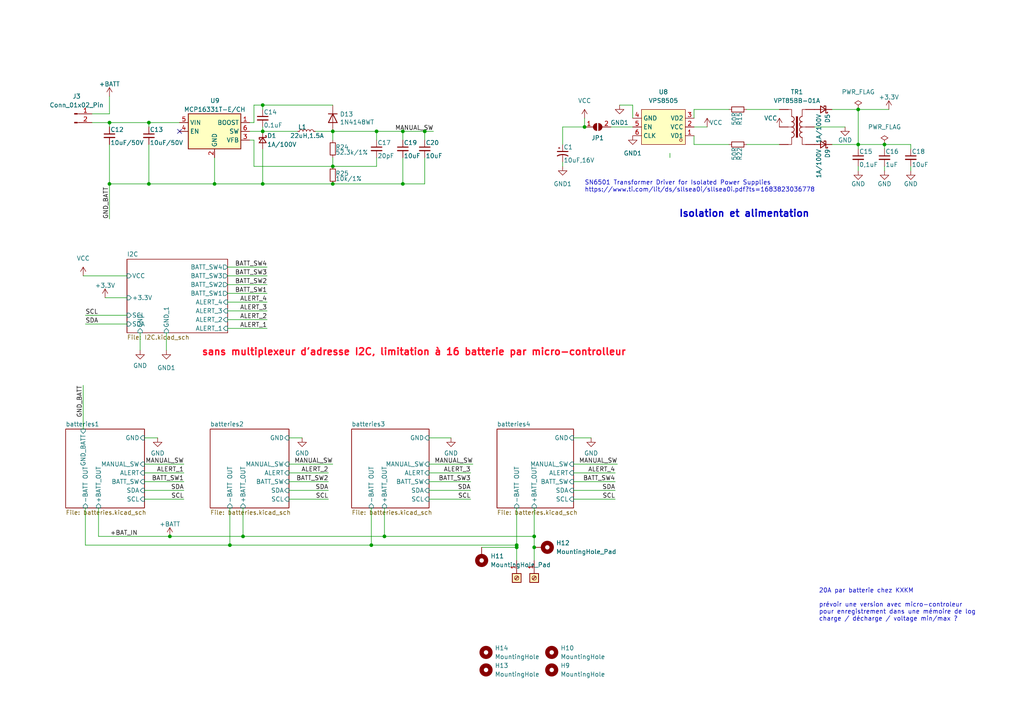
<source format=kicad_sch>
(kicad_sch (version 20231120) (generator "eeschema") (generator_version "8.0")
  (paper "A4")
  (lib_symbols
    (symbol "Connector:Conn_01x02_Pin" (pin_names (offset 1.016) hide)
      (property "Reference" "J" (at 0 2.54 0))
      (property "Value" "Conn_01x02_Pin" (at 0 -5.08 0))
      (symbol "Conn_01x02_Pin_1_1"
        (polyline (pts (xy 1.27 -2.54) (xy 0.8636 -2.54)) (stroke (width 0.1524)))
        (polyline (pts (xy 1.27 0) (xy 0.8636 0)) (stroke (width 0.1524)))
        (rectangle (start 0.8636 -2.413) (end 0 -2.667) (stroke (width 0.1524)) (fill (type outline)))
        (rectangle (start 0.8636 0.127) (end 0 -0.127) (stroke (width 0.1524)) (fill (type outline)))
        (pin passive line (at 5.08 0 180) (length 3.81) (name "Pin_1") (number "1"))
        (pin passive line (at 5.08 -2.54 180) (length 3.81) (name "Pin_2") (number "2"))
      )
    )
    (symbol "Connector:Screw_Terminal_01x01" (pin_names (offset 1.016) hide)
      (property "Reference" "J" (at 0 2.54 0))
      (property "Value" "Screw_Terminal_01x01" (at 0 -2.54 0))
      (symbol "Screw_Terminal_01x01_1_1"
        (rectangle (start -1.27 1.27) (end 1.27 -1.27) (stroke (width 0.254)) (fill (type background)))
        (polyline (pts (xy -0.5334 0.3302) (xy 0.3302 -0.508)) (stroke (width 0.1524)))
        (polyline (pts (xy -0.3556 0.508) (xy 0.508 -0.3302)) (stroke (width 0.1524)))
        (circle (center 0 0) (radius 0.635) (stroke (width 0.1524)))
        (pin passive line (at -5.08 0 0) (length 3.81) (name "Pin_1") (number "1"))
      )
    )
    (symbol "Device:C_Small" (pin_numbers hide) (pin_names (offset 0.254) hide)
      (property "Reference" "C" (at 0.254 1.778 0))
      (property "Value" "C_Small" (at 0.254 -2.032 0))
      (symbol "C_Small_0_1"
        (polyline (pts (xy -1.524 -0.508) (xy 1.524 -0.508)) (stroke (width 0.3302)))
        (polyline (pts (xy -1.524 0.508) (xy 1.524 0.508)) (stroke (width 0.3048)))
      )
      (symbol "C_Small_1_1"
        (pin passive line (at 0 2.54 270) (length 2.032) (name "~") (number "1"))
        (pin passive line (at 0 -2.54 90) (length 2.032) (name "~") (number "2"))
      )
    )
    (symbol "Device:D_Schottky_Small" (pin_numbers hide) (pin_names (offset 0.254) hide)
      (property "Reference" "D" (at -1.27 2.032 0))
      (property "Value" "Device_D_Schottky_Small" (at -7.112 -2.032 0))
      (symbol "D_Schottky_Small_0_1"
        (polyline (pts (xy -0.762 0) (xy 0.762 0)))
        (polyline (pts (xy 0.762 -1.016) (xy -0.762 0) (xy 0.762 1.016) (xy 0.762 -1.016)) (stroke (width 0.254)))
        (polyline (pts (xy -1.27 0.762) (xy -1.27 1.016) (xy -0.762 1.016) (xy -0.762 -1.016) (xy -0.254 -1.016) (xy -0.254 -0.762)) (stroke (width 0.254)))
      )
      (symbol "D_Schottky_Small_1_1"
        (pin passive line (at -2.54 0 0) (length 1.778) (name "K") (number "1"))
        (pin passive line (at 2.54 0 180) (length 1.778) (name "A") (number "2"))
      )
    )
    (symbol "Device:L_Small" (pin_numbers hide) (pin_names (offset 0.254) hide)
      (property "Reference" "L" (at 0.762 1.016 0))
      (property "Value" "Device_L_Small" (at 0.762 -1.016 0))
      (symbol "L_Small_0_1"
        (arc (start 0 -2.032) (mid 0.5058 -1.524) (end 0 -1.016))
        (arc (start 0 -1.016) (mid 0.5058 -0.508) (end 0 0))
        (arc (start 0 0) (mid 0.5058 0.508) (end 0 1.016))
        (arc (start 0 1.016) (mid 0.5058 1.524) (end 0 2.032))
      )
      (symbol "L_Small_1_1"
        (pin passive line (at 0 2.54 270) (length 0.508) (name "~") (number "1"))
        (pin passive line (at 0 -2.54 90) (length 0.508) (name "~") (number "2"))
      )
    )
    (symbol "Device:R_Small" (pin_numbers hide) (pin_names (offset 0.254) hide)
      (property "Reference" "R" (at 0.762 0.508 0))
      (property "Value" "R_Small" (at 0.762 -1.016 0))
      (symbol "R_Small_0_1"
        (rectangle (start -0.762 1.778) (end 0.762 -1.778) (stroke (width 0.2032)))
      )
      (symbol "R_Small_1_1"
        (pin passive line (at 0 2.54 270) (length 0.762) (name "~") (number "1"))
        (pin passive line (at 0 -2.54 90) (length 0.762) (name "~") (number "2"))
      )
    )
    (symbol "Diode:1N4148WT" (pin_numbers hide) (pin_names (offset 1.016) hide)
      (property "Reference" "D" (at 0 2.54 0))
      (property "Value" "Diode_1N4148WT" (at 0 -2.54 0))
      (symbol "1N4148WT_0_1"
        (polyline (pts (xy -1.27 1.27) (xy -1.27 -1.27)) (stroke (width 0.254)))
        (polyline (pts (xy 1.27 0) (xy -1.27 0)))
        (polyline (pts (xy 1.27 1.27) (xy 1.27 -1.27) (xy -1.27 0) (xy 1.27 1.27)) (stroke (width 0.254)))
      )
      (symbol "1N4148WT_1_1"
        (pin passive line (at -3.81 0 0) (length 2.54) (name "K") (number "1"))
        (pin passive line (at 3.81 0 180) (length 2.54) (name "A") (number "2"))
      )
    )
    (symbol "Jumper:SolderJumper_2_Open" (pin_names (offset 0) hide)
      (property "Reference" "JP" (at 0 2.032 0))
      (property "Value" "SolderJumper_2_Open" (at 0 -2.54 0))
      (symbol "SolderJumper_2_Open_0_1"
        (arc (start -0.254 1.016) (mid -1.2656 0) (end -0.254 -1.016))
        (arc (start -0.254 1.016) (mid -1.2656 0) (end -0.254 -1.016) (fill (type outline)))
        (polyline (pts (xy -0.254 1.016) (xy -0.254 -1.016)))
        (polyline (pts (xy 0.254 1.016) (xy 0.254 -1.016)))
        (arc (start 0.254 -1.016) (mid 1.2656 0) (end 0.254 1.016))
        (arc (start 0.254 -1.016) (mid 1.2656 0) (end 0.254 1.016) (fill (type outline)))
      )
      (symbol "SolderJumper_2_Open_1_1"
        (pin passive line (at -3.81 0 0) (length 2.54) (name "A") (number "1"))
        (pin passive line (at 3.81 0 180) (length 2.54) (name "B") (number "2"))
      )
    )
    (symbol "KXKM_ESP32_battery_management_board-rescue:CP1_Small-Device" (pin_numbers hide) (pin_names (offset 0.254) hide)
      (property "Reference" "C" (at 0.254 1.778 0))
      (property "Value" "CP1_Small-Device" (at 0.254 -2.032 0))
      (symbol "CP1_Small-Device_0_1"
        (polyline (pts (xy -1.524 0.508) (xy 1.524 0.508)) (stroke (width 0.3048)))
        (polyline (pts (xy -1.27 1.524) (xy -0.762 1.524)))
        (polyline (pts (xy -1.016 1.27) (xy -1.016 1.778)))
        (arc (start 1.524 -0.762) (mid 0 -0.3734) (end -1.524 -0.762) (stroke (width 0.3048)))
      )
      (symbol "CP1_Small-Device_1_1"
        (pin passive line (at 0 2.54 270) (length 2.032) (name "~") (number "1"))
        (pin passive line (at 0 -2.54 90) (length 2.032) (name "~") (number "2"))
      )
    )
    (symbol "Mechanical:MountingHole" (pin_names (offset 1.016)) (exclude_from_sim yes) (in_bom no)
      (property "Reference" "H" (at 0 5.08 0))
      (property "Value" "MountingHole" (at 0 3.175 0))
      (symbol "MountingHole_0_1"
        (circle (center 0 0) (radius 1.27) (stroke (width 1.27)))
      )
    )
    (symbol "Mechanical:MountingHole_Pad" (pin_numbers hide) (pin_names (offset 1.016) hide) (exclude_from_sim yes) (in_bom no)
      (property "Reference" "H" (at 0 6.35 0))
      (property "Value" "MountingHole_Pad" (at 0 4.445 0))
      (symbol "MountingHole_Pad_0_1"
        (circle (center 0 1.27) (radius 1.27) (stroke (width 1.27)))
      )
      (symbol "MountingHole_Pad_1_1"
        (pin input line (at 0 -2.54 90) (length 2.54) (name "1") (number "1"))
      )
    )
    (symbol "Regulator_Switching:MCP16331CH"
      (property "Reference" "U" (at -7.874 6.35 0))
      (property "Value" "Regulator_Switching_MCP16331CH" (at -2.54 6.35 0))
      (symbol "MCP16331CH_0_1"
        (rectangle (start -7.62 5.08) (end 7.62 -5.08) (stroke (width 0.254)) (fill (type background)))
      )
      (symbol "MCP16331CH_1_1"
        (pin input line (at 10.16 2.54 180) (length 2.54) (name "BOOST") (number "1"))
        (pin power_in line (at 0 -7.62 90) (length 2.54) (name "GND") (number "2"))
        (pin input line (at 10.16 -2.54 180) (length 2.54) (name "VFB") (number "3"))
        (pin input line (at -10.16 0 0) (length 2.54) (name "EN") (number "4"))
        (pin power_in line (at -10.16 2.54 0) (length 2.54) (name "VIN") (number "5"))
        (pin output line (at 10.16 0 180) (length 2.54) (name "SW") (number "6"))
      )
    )
    (symbol "Transformer:TRANSF5" (pin_numbers hide) (pin_names (offset 0))
      (property "Reference" "TR" (at 0 6.35 0))
      (property "Value" "TRANSF5" (at 0 -6.35 0))
      (symbol "TRANSF5_0_1"
        (arc (start -1.524 -3.048) (mid -0.7653 -2.286) (end -1.524 -1.524) (stroke (width 0.2032)))
        (arc (start -1.524 -1.524) (mid -0.7653 -0.762) (end -1.524 0) (stroke (width 0.2032)))
        (arc (start -1.524 0) (mid -0.7653 0.762) (end -1.524 1.524) (stroke (width 0.2032)))
        (arc (start -1.524 1.524) (mid -0.7653 2.286) (end -1.524 3.048) (stroke (width 0.2032)))
        (rectangle (start -0.254 3.048) (end 0.254 -3.048) (stroke (width 0.0254)) (fill (type outline)))
        (polyline (pts (xy -1.524 0) (xy -2.54 0) (xy -2.54 0)) (fill (type outline)))
        (polyline (pts (xy 1.524 0) (xy 2.54 0) (xy 2.54 0)) (fill (type outline)))
        (polyline (pts (xy -2.54 5.08) (xy -1.524 5.08) (xy -1.524 3.048) (xy -1.524 3.048)) (stroke (width 0.1524)))
        (polyline (pts (xy -1.524 -3.048) (xy -1.524 -5.08) (xy -2.54 -5.08) (xy -2.54 -5.08)) (stroke (width 0.1524)))
        (polyline (pts (xy 1.524 3.048) (xy 1.524 5.08) (xy 2.54 5.08) (xy 2.54 5.08)) (stroke (width 0.1524)))
        (polyline (pts (xy 2.54 -5.08) (xy 1.524 -5.08) (xy 1.524 -3.048) (xy 1.524 -3.048)) (stroke (width 0.1524)))
        (arc (start 1.524 -1.524) (mid 0.7653 -2.286) (end 1.524 -3.048) (stroke (width 0.2032)))
        (arc (start 1.524 0) (mid 0.7653 -0.762) (end 1.524 -1.524) (stroke (width 0.2032)))
        (arc (start 1.524 1.524) (mid 0.7653 0.762) (end 1.524 0) (stroke (width 0.2032)))
        (arc (start 1.524 3.048) (mid 0.7653 2.286) (end 1.524 1.524) (stroke (width 0.2032)))
      )
      (symbol "TRANSF5_1_1"
        (pin passive line (at -5.08 5.08 0) (length 2.54) (name "~") (number "1"))
        (pin passive line (at -5.08 0 0) (length 2.54) (name "~") (number "2"))
        (pin passive line (at -5.08 -5.08 0) (length 2.54) (name "~") (number "3"))
        (pin passive line (at 5.08 -5.08 180) (length 2.54) (name "~") (number "4"))
        (pin passive line (at 5.08 0 180) (length 2.54) (name "~") (number "5"))
        (pin passive line (at 5.08 5.08 180) (length 2.54) (name "~") (number "6"))
      )
    )
    (symbol "easyeda2kicad:VPS8505"
      (property "Reference" "U" (at 0 7.62 0))
      (property "Value" "VPS8505" (at 0 -7.62 0))
      (symbol "VPS8505_0_1"
        (rectangle (start -6.35 5.08) (end 6.35 -5.08) (fill (type background)))
        (circle (center -5.08 3.81) (radius 0.38))
        (pin unspecified line (at -8.89 2.54 0) (length 2.54) (name "VD1") (number "1"))
        (pin unspecified line (at -8.89 0 0) (length 2.54) (name "VCC") (number "2"))
        (pin unspecified line (at -8.89 -2.54 0) (length 2.54) (name "VD2") (number "3"))
        (pin unspecified line (at 8.89 -2.54 180) (length 2.54) (name "GND") (number "4"))
        (pin unspecified line (at 8.89 0 180) (length 2.54) (name "EN") (number "5"))
        (pin unspecified line (at 8.89 2.54 180) (length 2.54) (name "CLK") (number "6"))
      )
    )
    (symbol "power:+3.3V" (power) (pin_names (offset 0))
      (property "Value" "+3.3V" (at 0 3.556 0))
      (symbol "+3.3V_0_1"
        (polyline (pts (xy -0.762 1.27) (xy 0 2.54)))
        (polyline (pts (xy 0 0) (xy 0 2.54)))
        (polyline (pts (xy 0 2.54) (xy 0.762 1.27)))
      )
      (symbol "+3.3V_1_1"
        (pin power_in line (at 0 0 90) (length 0) hide (name "+3.3V") (number "1"))
      )
    )
    (symbol "power:+BATT" (power) (pin_names (offset 0))
      (property "Value" "power_+BATT" (at 0 3.556 0))
      (symbol "+BATT_0_1"
        (polyline (pts (xy -0.762 1.27) (xy 0 2.54)))
        (polyline (pts (xy 0 0) (xy 0 2.54)))
        (polyline (pts (xy 0 2.54) (xy 0.762 1.27)))
      )
      (symbol "+BATT_1_1"
        (pin power_in line (at 0 0 90) (length 0) hide (name "+BATT") (number "1"))
      )
    )
    (symbol "power:GND" (power) (pin_names (offset 0))
      (property "Value" "GND" (at 0 -3.81 0))
      (symbol "GND_0_1"
        (polyline (pts (xy 0 0) (xy 0 -1.27) (xy 1.27 -1.27) (xy 0 -2.54) (xy -1.27 -1.27) (xy 0 -1.27)))
      )
      (symbol "GND_1_1"
        (pin power_in line (at 0 0 270) (length 0) hide (name "GND") (number "1"))
      )
    )
    (symbol "power:GND1" (power) (pin_names (offset 0))
      (property "Value" "GND1" (at 0 -3.81 0))
      (symbol "GND1_0_1"
        (polyline (pts (xy 0 0) (xy 0 -1.27) (xy 1.27 -1.27) (xy 0 -2.54) (xy -1.27 -1.27) (xy 0 -1.27)))
      )
      (symbol "GND1_1_1"
        (pin power_in line (at 0 0 270) (length 0) hide (name "GND1") (number "1"))
      )
    )
    (symbol "power:PWR_FLAG" (power) (pin_numbers hide) (pin_names (offset 0) hide)
      (property "Value" "PWR_FLAG" (at 0 3.81 0))
      (symbol "PWR_FLAG_0_0"
        (pin power_out line (at 0 0 90) (length 0) (name "~") (number "1"))
      )
      (symbol "PWR_FLAG_0_1"
        (polyline (pts (xy 0 0) (xy 0 1.27) (xy -1.016 1.905) (xy 0 2.54) (xy 1.016 1.905) (xy 0 1.27)))
      )
    )
    (symbol "power:VCC" (power) (pin_names (offset 0))
      (property "Value" "VCC" (at 0 3.81 0))
      (symbol "VCC_0_1"
        (polyline (pts (xy -0.762 1.27) (xy 0 2.54)))
        (polyline (pts (xy 0 0) (xy 0 2.54)))
        (polyline (pts (xy 0 2.54) (xy 0.762 1.27)))
      )
      (symbol "VCC_1_1"
        (pin power_in line (at 0 0 90) (length 0) hide (name "VCC") (number "1"))
      )
    )
  )
  (junction (at 107.696 158.115))
  (junction (at 62.23 53.34))
  (junction (at 66.675 158.115))
  (junction (at 111.506 155.575))
  (junction (at 96.52 38.1))
  (junction (at 31.75 35.56))
  (junction (at 149.86 158.115))
  (junction (at 116.84 53.34))
  (junction (at 116.84 38.1))
  (junction (at 256.54 41.91))
  (junction (at 96.52 53.34))
  (junction (at 43.18 53.34))
  (junction (at 76.2 53.34))
  (junction (at 76.2 38.1))
  (junction (at 49.2676 155.575))
  (junction (at 70.485 155.575))
  (junction (at 248.92 31.75))
  (junction (at 248.92 41.91))
  (junction (at 109.22 38.1))
  (junction (at 169.545 36.83))
  (junction (at 154.94 155.575))
  (junction (at 123.19 38.1))
  (junction (at 76.2 30.48))
  (junction (at 149.86 158.75))
  (junction (at 31.75 53.34))
  (junction (at 154.94 158.75))
  (junction (at 96.52 48.26))
  (junction (at 43.18 35.56))
  (no_connect (at 52.07 38.1))
  (wire (pts (xy 24.765 158.115) (xy 66.675 158.115)))
  (wire (pts (xy 111.506 155.575) (xy 154.94 155.575)))
  (wire (pts (xy 77.47 90.17) (xy 66.04 90.17)))
  (wire (pts (xy 83.82 139.7) (xy 95.25 139.7)))
  (wire (pts (xy 24.765 147.32) (xy 24.765 158.115)))
  (wire (pts (xy 166.37 127) (xy 171.45 127)))
  (wire (pts (xy 96.52 48.26) (xy 109.22 48.26)))
  (wire (pts (xy 73.66 30.48) (xy 76.2 30.48)))
  (wire (pts (xy 41.91 144.78) (xy 53.34 144.78)))
  (wire (pts (xy 124.46 127) (xy 130.81 127)))
  (wire (pts (xy 116.84 38.1) (xy 116.84 40.64)))
  (wire (pts (xy 83.82 127) (xy 87.63 127)))
  (wire (pts (xy 48.26 101.6) (xy 48.26 96.52)))
  (wire (pts (xy 26.67 33.02) (xy 31.75 33.02)))
  (wire (pts (xy 124.46 139.7) (xy 136.525 139.7)))
  (wire (pts (xy 62.23 45.72) (xy 62.23 53.34)))
  (wire (pts (xy 245.11 36.83) (xy 236.22 36.83)))
  (wire (pts (xy 123.19 38.1) (xy 125.73 38.1)))
  (wire (pts (xy 124.46 137.16) (xy 136.525 137.16)))
  (wire (pts (xy 166.37 144.78) (xy 178.435 144.78)))
  (wire (pts (xy 211.455 31.75) (xy 201.295 31.75)))
  (wire (pts (xy 28.575 155.575) (xy 49.2676 155.575)))
  (wire (pts (xy 83.82 144.78) (xy 95.25 144.78)))
  (wire (pts (xy 30.48 86.36) (xy 36.83 86.36)))
  (wire (pts (xy 91.44 38.1) (xy 96.52 38.1)))
  (wire (pts (xy 72.39 35.56) (xy 73.66 35.56)))
  (wire (pts (xy 76.2 38.1) (xy 86.36 38.1)))
  (wire (pts (xy 31.75 35.56) (xy 31.75 36.83)))
  (wire (pts (xy 137.16 134.62) (xy 124.46 134.62)))
  (wire (pts (xy 139.7 158.75) (xy 149.86 158.75)))
  (wire (pts (xy 41.91 137.16) (xy 53.34 137.16)))
  (wire (pts (xy 248.92 48.26) (xy 248.92 49.53)))
  (wire (pts (xy 43.18 35.56) (xy 52.07 35.56)))
  (wire (pts (xy 73.66 35.56) (xy 73.66 30.48)))
  (wire (pts (xy 154.94 155.575) (xy 154.94 158.75)))
  (wire (pts (xy 83.82 137.16) (xy 95.25 137.16)))
  (wire (pts (xy 123.19 38.1) (xy 123.19 40.64)))
  (wire (pts (xy 264.16 41.91) (xy 256.54 41.91)))
  (wire (pts (xy 70.485 147.32) (xy 70.485 155.575)))
  (wire (pts (xy 77.47 87.63) (xy 66.04 87.63)))
  (wire (pts (xy 77.47 77.47) (xy 66.04 77.47)))
  (wire (pts (xy 43.18 41.91) (xy 43.18 53.34)))
  (wire (pts (xy 26.67 35.56) (xy 31.75 35.56)))
  (wire (pts (xy 77.47 92.71) (xy 66.04 92.71)))
  (wire (pts (xy 36.83 91.44) (xy 24.765 91.44)))
  (wire (pts (xy 149.86 158.75) (xy 149.86 162.56)))
  (wire (pts (xy 116.84 45.72) (xy 116.84 53.34)))
  (wire (pts (xy 73.66 40.64) (xy 73.66 48.26)))
  (wire (pts (xy 24.13 111.76) (xy 24.13 124.46)))
  (wire (pts (xy 264.16 48.26) (xy 264.16 49.53)))
  (wire (pts (xy 124.46 142.24) (xy 136.525 142.24)))
  (wire (pts (xy 107.696 147.32) (xy 107.696 158.115)))
  (wire (pts (xy 179.07 134.62) (xy 166.37 134.62)))
  (wire (pts (xy 109.22 38.1) (xy 116.84 38.1)))
  (wire (pts (xy 123.19 45.72) (xy 123.19 53.34)))
  (wire (pts (xy 83.82 142.24) (xy 95.25 142.24)))
  (wire (pts (xy 109.22 38.1) (xy 109.22 40.64)))
  (wire (pts (xy 76.2 43.18) (xy 76.2 53.34)))
  (wire (pts (xy 72.39 38.1) (xy 76.2 38.1)))
  (wire (pts (xy 183.515 30.48) (xy 183.515 34.29)))
  (wire (pts (xy 43.18 53.34) (xy 31.75 53.34)))
  (wire (pts (xy 166.37 137.16) (xy 178.435 137.16)))
  (wire (pts (xy 31.75 41.91) (xy 31.75 53.34)))
  (wire (pts (xy 72.39 40.64) (xy 73.66 40.64)))
  (wire (pts (xy 76.2 30.48) (xy 96.52 30.48)))
  (wire (pts (xy 41.91 142.24) (xy 53.34 142.24)))
  (wire (pts (xy 76.2 53.34) (xy 62.23 53.34)))
  (wire (pts (xy 256.54 48.26) (xy 256.54 49.53)))
  (wire (pts (xy 66.675 147.32) (xy 66.675 158.115)))
  (wire (pts (xy 256.54 41.91) (xy 248.92 41.91)))
  (wire (pts (xy 41.91 139.7) (xy 53.34 139.7)))
  (wire (pts (xy 201.295 31.75) (xy 201.295 34.29)))
  (wire (pts (xy 77.47 82.55) (xy 66.04 82.55)))
  (wire (pts (xy 111.506 147.32) (xy 111.506 155.575)))
  (wire (pts (xy 73.66 48.26) (xy 96.52 48.26)))
  (wire (pts (xy 149.86 147.32) (xy 149.86 158.115)))
  (wire (pts (xy 36.83 93.98) (xy 24.765 93.98)))
  (wire (pts (xy 166.37 139.7) (xy 178.435 139.7)))
  (wire (pts (xy 248.92 43.18) (xy 248.92 41.91)))
  (wire (pts (xy 28.575 147.32) (xy 28.575 155.575)))
  (wire (pts (xy 201.295 39.37) (xy 201.295 41.91)))
  (wire (pts (xy 248.92 41.91) (xy 241.3 41.91)))
  (wire (pts (xy 66.675 158.115) (xy 107.696 158.115)))
  (wire (pts (xy 149.86 158.115) (xy 149.86 158.75)))
  (wire (pts (xy 41.91 127) (xy 45.72 127)))
  (wire (pts (xy 96.52 45.72) (xy 96.52 48.26)))
  (wire (pts (xy 111.506 155.575) (xy 70.485 155.575)))
  (wire (pts (xy 77.47 80.01) (xy 66.04 80.01)))
  (wire (pts (xy 31.75 63.5) (xy 31.75 53.34)))
  (wire (pts (xy 177.165 36.83) (xy 183.515 36.83)))
  (wire (pts (xy 124.46 144.78) (xy 136.525 144.78)))
  (wire (pts (xy 201.295 41.91) (xy 211.455 41.91)))
  (wire (pts (xy 194.31 45.72) (xy 194.31 44.45)))
  (wire (pts (xy 116.84 38.1) (xy 123.19 38.1)))
  (wire (pts (xy 248.92 31.75) (xy 241.3 31.75)))
  (wire (pts (xy 77.47 85.09) (xy 66.04 85.09)))
  (wire (pts (xy 179.705 30.48) (xy 183.515 30.48)))
  (wire (pts (xy 31.75 33.02) (xy 31.75 27.94)))
  (wire (pts (xy 107.696 158.115) (xy 149.86 158.115)))
  (wire (pts (xy 226.06 31.75) (xy 216.535 31.75)))
  (wire (pts (xy 43.18 35.56) (xy 43.18 36.83)))
  (wire (pts (xy 96.52 38.1) (xy 96.52 40.64)))
  (wire (pts (xy 31.75 35.56) (xy 43.18 35.56)))
  (wire (pts (xy 40.64 101.6) (xy 40.64 96.52)))
  (wire (pts (xy 96.52 53.34) (xy 116.84 53.34)))
  (wire (pts (xy 96.52 38.1) (xy 109.22 38.1)))
  (wire (pts (xy 154.94 147.32) (xy 154.94 155.575)))
  (wire (pts (xy 96.52 53.34) (xy 76.2 53.34)))
  (wire (pts (xy 76.2 30.48) (xy 76.2 31.75)))
  (wire (pts (xy 96.52 134.62) (xy 83.82 134.62)))
  (wire (pts (xy 163.195 36.83) (xy 169.545 36.83)))
  (wire (pts (xy 116.84 53.34) (xy 123.19 53.34)))
  (wire (pts (xy 264.16 43.18) (xy 264.16 41.91)))
  (wire (pts (xy 109.22 48.26) (xy 109.22 45.72)))
  (wire (pts (xy 166.37 142.24) (xy 178.435 142.24)))
  (wire (pts (xy 77.47 95.25) (xy 66.04 95.25)))
  (wire (pts (xy 49.2676 155.575) (xy 70.485 155.575)))
  (wire (pts (xy 248.92 31.75) (xy 257.81 31.75)))
  (wire (pts (xy 163.195 46.99) (xy 163.195 48.26)))
  (wire (pts (xy 43.18 53.34) (xy 62.23 53.34)))
  (wire (pts (xy 201.295 36.83) (xy 205.105 36.83)))
  (wire (pts (xy 24.13 80.01) (xy 36.83 80.01)))
  (wire (pts (xy 163.195 36.83) (xy 163.195 41.91)))
  (wire (pts (xy 76.2 38.1) (xy 76.2 36.83)))
  (wire (pts (xy 248.92 31.75) (xy 248.92 41.91)))
  (wire (pts (xy 154.94 158.75) (xy 154.94 162.56)))
  (wire (pts (xy 169.545 34.29) (xy 169.545 36.83)))
  (wire (pts (xy 226.06 41.91) (xy 216.535 41.91)))
  (wire (pts (xy 256.54 43.18) (xy 256.54 41.91)))
  (wire (pts (xy 53.34 134.62) (xy 41.91 134.62)))
  (text "20A par batterie chez KXKM\n\nprévoir une version avec micro-controleur\npour enregistrement dans une mémoire de log\ncharge / décharge / voltage min/max ?" (at 237.49 180.34 0) (effects (font (size 1.27 1.27)) (justify left bottom)))
  (text "sans multiplexeur d'adresse I2C, limitation à 16 batterie par micro-controlleur" (at 58.42 103.378 0) (effects (font (size 2 2) (thickness 0.4) (bold yes)) (justify left bottom)))
  (text "SN6501 Transformer Driver for Isolated Power Supplies\nhttps://www.ti.com/lit/ds/sllsea0i/sllsea0i.pdf?ts=1683823036778" (at 169.545 55.88 0) (effects (font (size 1.27 1.27)) (justify left bottom)))
  (text "Isolation et alimentation" (at 196.85 63.246 0) (effects (font (size 2 2) (thickness 0.4) (bold yes)) (justify left bottom)))
  (label "MANUAL_SW" (at 137.16 134.62 180))
  (label "ALERT_3" (at 136.525 137.16 180))
  (label "SDA" (at 53.34 142.24 180))
  (label "SDA" (at 136.525 142.24 180))
  (label "BATT_SW1" (at 53.34 139.7 180))
  (label "ALERT_2" (at 77.47 92.71 180))
  (label "ALERT_4" (at 178.435 137.16 180))
  (label "BATT_SW3" (at 77.47 80.01 180))
  (label "BATT_SW4" (at 178.435 139.7 180))
  (label "ALERT_4" (at 77.47 87.63 180))
  (label "ALERT_1" (at 77.47 95.25 180))
  (label "ALERT_1" (at 53.34 137.16 180))
  (label "BATT_SW3" (at 136.525 139.7 180))
  (label "SCL" (at 178.435 144.78 180))
  (label "SCL" (at 136.525 144.78 180))
  (label "ALERT_3" (at 77.47 90.17 180))
  (label "GND_BATT" (at 31.75 63.5 90))
  (label "MANUAL_SW" (at 179.07 134.62 180))
  (label "BATT_SW2" (at 77.47 82.55 180))
  (label "SDA" (at 178.435 142.24 180))
  (label "SCL" (at 24.765 91.44 0))
  (label "MANUAL_SW" (at 53.34 134.62 180))
  (label "+BAT_IN" (at 31.9214 155.575 0))
  (label "SDA" (at 95.25 142.24 180))
  (label "BATT_SW4" (at 77.47 77.47 180))
  (label "BATT_SW2" (at 95.25 139.7 180))
  (label "SDA" (at 24.765 93.98 0))
  (label "MANUAL_SW" (at 125.73 38.1 180))
  (label "GND_BATT" (at 24.13 111.76 270))
  (label "MANUAL_SW" (at 96.52 134.62 180))
  (label "ALERT_2" (at 95.25 137.16 180))
  (label "SCL" (at 95.25 144.78 180))
  (label "SCL" (at 53.34 144.78 180))
  (label "BATT_SW1" (at 77.47 85.09 180))
  (symbol (lib_id "power:GND") (at 256.54 49.53 0) (unit 1)
    (property "Reference" "#PWR043" (effects (hide yes)))
    (property "Value" "GND" (at 256.54 53.34 0))
  )
  (symbol (lib_id "Device:C_Small") (at 31.75 39.37 0) (unit 1)
    (property "Reference" "C12" (at 32.004 37.592 0) (effects (justify left)))
    (property "Value" "10uF/50V" (at 32.004 41.402 0) (effects (justify left)))
    (property "Footprint" "Capacitor_SMD:C_1206_3216Metric" (effects (hide yes)))
    (property "LCSC" "C13585" (effects (hide yes)))
  )
  (symbol (lib_id "Regulator_Switching:MCP16331CH") (at 62.23 38.1 0) (unit 1)
    (property "Reference" "U9" (at 60.96 29.21 0) (effects (justify left)))
    (property "Value" "MCP16331T-E/CH" (at 53.34 31.75 0) (effects (justify left)))
    (property "Footprint" "Package_TO_SOT_SMD:SOT-23-6" (effects (hide yes)))
    (property "LCSC" "C105695" (effects (hide yes)))
  )
  (symbol (lib_id "Device:C_Small") (at 43.18 39.37 0) (unit 1)
    (property "Reference" "C13" (at 43.434 37.592 0) (effects (justify left)))
    (property "Value" "10uF/50V" (at 43.434 41.402 0) (effects (justify left)))
    (property "Footprint" "Capacitor_SMD:C_1206_3216Metric" (effects (hide yes)))
    (property "LCSC" "C13585" (effects (hide yes)))
  )
  (symbol (lib_id "Connector:Conn_01x02_Pin") (at 21.59 33.02 0) (unit 1)
    (property "Reference" "J3" (at 22.225 27.94 0))
    (property "Value" "Conn_01x02_Pin" (at 22.225 30.48 0))
    (property "Footprint" "Connector_PinHeader_2.54mm:PinHeader_1x02_P2.54mm_Vertical" (effects (hide yes)))
    (property "Description" "Generic connector, single row, 01x02, script generated" (effects (hide yes)))
  )
  (symbol (lib_id "power:GND") (at 130.81 127 0) (mirror y) (unit 1)
    (property "Reference" "#PWR026" (effects (hide yes)))
    (property "Value" "GND" (at 130.81 131.445 0))
  )
  (symbol (lib_id "Device:C_Small") (at 76.2 34.29 0) (unit 1)
    (property "Reference" "C14" (at 76.454 32.512 0) (effects (justify left)))
    (property "Value" "0.1uF" (at 76.454 36.322 0) (effects (justify left)))
    (property "Footprint" "Capacitor_SMD:C_0603_1608Metric" (effects (hide yes)))
    (property "LCSC" "C14663" (effects (hide yes)))
  )
  (symbol (lib_id "Device:L_Small") (at 88.9 38.1 90) (unit 1)
    (property "Reference" "L1" (at 88.9 36.83 90) (effects (justify left)))
    (property "Value" "22uH,1.5A" (at 93.98 39.37 90) (effects (justify left)))
    (property "Footprint" "Inductor_SMD:L_Taiyo-Yuden_NR-50xx" (effects (hide yes)))
  )
  (symbol (lib_id "easyeda2kicad:VPS8505") (at 192.405 36.83 180) (unit 1)
    (property "Reference" "U8" (at 192.405 26.67 0))
    (property "Value" "VPS8505" (at 192.405 29.21 0))
    (property "Footprint" "easyeda2kicad:SOT-23-6_L2.9-W1.6-P0.95-LS2.8-BR" (effects (hide yes)))
    (property "LCSC Part" "C2986360" (effects (hide yes)))
  )
  (symbol (lib_id "power:+3.3V") (at 257.81 31.75 0) (unit 1)
    (property "Reference" "#PWR051" (effects (hide yes)))
    (property "Value" "+3.3V" (at 257.81 28.194 0))
  )
  (symbol (lib_id "Connector:Screw_Terminal_01x01") (at 154.94 167.64 270) (unit 1)
    (property "Reference" "J11" (effects (hide yes)))
    (property "Value" "Screw_Terminal_01x01" (effects (hide yes)))
    (property "Footprint" "easyeda2kicad:TH-8_L20.0-W16.0-P5.60_AMT0860001TA0000G" (effects (hide yes)))
    (property "Description" "Generic screw terminal, single row, 01x01, script generated (kicad-library-utils/schlib/autogen/connector/)" (effects (hide yes)))
  )
  (symbol (lib_id "Device:R_Small") (at 96.52 43.18 0) (unit 1)
    (property "Reference" "R24" (at 97.282 42.672 0) (effects (justify left)))
    (property "Value" "52.3k/1%" (at 97.282 44.196 0) (effects (justify left)))
    (property "Footprint" "Resistor_SMD:R_0603_1608Metric" (effects (hide yes)))
  )
  (symbol (lib_id "Diode:1N4148WT") (at 96.52 34.29 270) (unit 1)
    (property "Reference" "D13" (at 98.552 33.1216 90) (effects (justify left)))
    (property "Value" "1N4148WT" (at 98.552 35.433 90) (effects (justify left)))
    (property "Footprint" "Diode_SMD:D_SOD-523" (effects (hide yes)))
    (property "Datasheet" "https://www.diodes.com/assets/Datasheets/ds30396.pdf" (effects (hide yes)))
    (property "LCSC" "C68948" (effects (hide yes)))
  )
  (symbol (lib_id "power:GND1") (at 179.705 30.48 0) (unit 1)
    (property "Reference" "#PWR04" (effects (hide yes)))
    (property "Value" "GND1" (at 179.705 35.56 0))
  )
  (symbol (lib_id "Device:D_Schottky_Small") (at 76.2 40.64 270) (unit 1)
    (property "Reference" "D1" (at 77.47 39.37 90) (effects (justify left)))
    (property "Value" "1A/100V" (at 77.47 41.91 90) (effects (justify left)))
    (property "Footprint" "Diode_SMD:D_SMA" (effects (hide yes)))
    (property "LCSC" "C14996" (effects (hide yes)))
  )
  (symbol (lib_id "power:GND") (at 248.92 49.53 0) (unit 1)
    (property "Reference" "#PWR041" (effects (hide yes)))
    (property "Value" "GND" (at 248.92 53.34 0))
  )
  (symbol (lib_id "Mechanical:MountingHole") (at 140.97 189.23 0) (unit 1) (exclude_from_sim yes) (in_bom no)
    (property "Reference" "H14" (at 143.51 187.9599 0) (effects (justify left)))
    (property "Value" "MountingHole" (at 143.51 190.4999 0) (effects (justify left)))
    (property "Footprint" "MountingHole:MountingHole_3.2mm_M3_DIN965" (effects (hide yes)))
    (property "Description" "Mounting Hole without connection" (effects (hide yes)))
  )
  (symbol (lib_id "Device:R_Small") (at 213.995 41.91 270) (unit 1)
    (property "Reference" "R22" (at 214.503 42.672 0) (effects (justify left)))
    (property "Value" "50R" (at 212.979 42.672 0) (effects (justify left)))
    (property "Footprint" "Resistor_SMD:R_0603_1608Metric" (effects (hide yes)))
  )
  (symbol (lib_id "power:GND1") (at 48.26 101.6 0) (unit 1)
    (property "Reference" "#PWR082" (effects (hide yes)))
    (property "Value" "GND1" (at 48.26 106.68 0))
  )
  (symbol (lib_id "power:+3.3V") (at 30.48 86.36 0) (unit 1)
    (property "Reference" "#PWR083" (effects (hide yes)))
    (property "Value" "+3.3V" (at 30.48 82.804 0))
  )
  (symbol (lib_id "Device:C_Small") (at 248.92 45.72 0) (unit 1)
    (property "Reference" "C15" (at 249.174 43.942 0) (effects (justify left)))
    (property "Value" "0,1uF" (at 249.174 47.752 0) (effects (justify left)))
    (property "Footprint" "Capacitor_SMD:C_0805_2012Metric" (effects (hide yes)))
  )
  (symbol (lib_id "Connector:Screw_Terminal_01x01") (at 149.86 167.64 270) (unit 1)
    (property "Reference" "J12" (effects (hide yes)))
    (property "Value" "Screw_Terminal_01x01" (effects (hide yes)))
    (property "Footprint" "easyeda2kicad:TH-8_L20.0-W16.0-P5.60_AMT0860001TA0000G" (effects (hide yes)))
    (property "Description" "Generic screw terminal, single row, 01x01, script generated (kicad-library-utils/schlib/autogen/connector/)" (effects (hide yes)))
  )
  (symbol (lib_id "Device:C_Small") (at 109.22 43.18 0) (unit 1)
    (property "Reference" "C17" (at 109.474 41.402 0) (effects (justify left)))
    (property "Value" "20pF" (at 109.474 45.212 0) (effects (justify left)))
    (property "Footprint" "Capacitor_SMD:C_0603_1608Metric" (effects (hide yes)))
    (property "LCSC" "C1648" (effects (hide yes)))
  )
  (symbol (lib_id "power:VCC") (at 205.105 36.83 0) (unit 1)
    (property "Reference" "#PWR018" (effects (hide yes)))
    (property "Value" "VCC" (at 207.645 35.56 0))
  )
  (symbol (lib_id "Mechanical:MountingHole_Pad") (at 157.48 158.75 270) (unit 1) (exclude_from_sim yes) (in_bom no)
    (property "Reference" "H12" (at 161.29 157.4799 90) (effects (justify left)))
    (property "Value" "MountingHole_Pad" (at 161.29 160.0199 90) (effects (justify left)))
    (property "Footprint" "MountingHole:MountingHole_3.2mm_M3_Pad_Via" (effects (hide yes)))
    (property "Description" "Mounting Hole with connection" (effects (hide yes)))
  )
  (symbol (lib_id "Device:C_Small") (at 116.84 43.18 0) (unit 1)
    (property "Reference" "C19" (at 117.094 41.402 0) (effects (justify left)))
    (property "Value" "10uF" (at 117.094 45.212 0) (effects (justify left)))
    (property "Footprint" "Capacitor_SMD:C_0805_2012Metric" (effects (hide yes)))
  )
  (symbol (lib_id "Mechanical:MountingHole") (at 160.02 194.31 0) (unit 1) (exclude_from_sim yes) (in_bom no)
    (property "Reference" "H9" (at 162.56 193.0399 0) (effects (justify left)))
    (property "Value" "MountingHole" (at 162.56 195.5799 0) (effects (justify left)))
    (property "Footprint" "MountingHole:MountingHole_3.2mm_M3_DIN965" (effects (hide yes)))
    (property "Description" "Mounting Hole without connection" (effects (hide yes)))
  )
  (symbol (lib_id "power:VCC") (at 226.06 36.83 0) (unit 1)
    (property "Reference" "#PWR029" (effects (hide yes)))
    (property "Value" "VCC" (at 223.52 34.29 0))
  )
  (symbol (lib_id "Mechanical:MountingHole") (at 160.02 189.23 0) (unit 1) (exclude_from_sim yes) (in_bom no)
    (property "Reference" "H10" (at 162.56 187.9599 0) (effects (justify left)))
    (property "Value" "MountingHole" (at 162.56 190.4999 0) (effects (justify left)))
    (property "Footprint" "MountingHole:MountingHole_3.2mm_M3_DIN965" (effects (hide yes)))
    (property "Description" "Mounting Hole without connection" (effects (hide yes)))
  )
  (symbol (lib_id "power:GND") (at 40.64 101.6 0) (unit 1)
    (property "Reference" "#PWR081" (effects (hide yes)))
    (property "Value" "GND" (at 40.64 106.045 0))
  )
  (symbol (lib_id "power:PWR_FLAG") (at 256.54 41.91 0) (unit 1)
    (property "Reference" "#FLG02" (effects (hide yes)))
    (property "Value" "PWR_FLAG" (at 256.54 36.83 0))
    (property "Description" "Special symbol for telling ERC where power comes from" (effects (hide yes)))
  )
  (symbol (lib_id "power:VCC") (at 24.13 80.01 0) (unit 1)
    (property "Reference" "#PWR080" (effects (hide yes)))
    (property "Value" "VCC" (at 24.13 74.93 0))
  )
  (symbol (lib_id "Device:C_Small") (at 264.16 45.72 0) (unit 1)
    (property "Reference" "C18" (at 264.414 43.942 0) (effects (justify left)))
    (property "Value" "10uF" (at 264.414 47.752 0) (effects (justify left)))
    (property "Footprint" "Capacitor_SMD:C_0805_2012Metric" (effects (hide yes)))
  )
  (symbol (lib_id "Mechanical:MountingHole") (at 140.97 194.31 0) (unit 1) (exclude_from_sim yes) (in_bom no)
    (property "Reference" "H13" (at 143.51 193.0399 0) (effects (justify left)))
    (property "Value" "MountingHole" (at 143.51 195.5799 0) (effects (justify left)))
    (property "Footprint" "MountingHole:MountingHole_3.2mm_M3_DIN965" (effects (hide yes)))
    (property "Description" "Mounting Hole without connection" (effects (hide yes)))
  )
  (symbol (lib_id "Device:C_Small") (at 123.19 43.18 0) (unit 1)
    (property "Reference" "C20" (at 123.444 41.402 0) (effects (justify left)))
    (property "Value" "10uF" (at 123.444 45.212 0) (effects (justify left)))
    (property "Footprint" "Capacitor_SMD:C_0805_2012Metric" (effects (hide yes)))
  )
  (symbol (lib_id "power:VCC") (at 169.545 34.29 0) (unit 1)
    (property "Reference" "#PWR02" (effects (hide yes)))
    (property "Value" "VCC" (at 169.545 29.21 0))
  )
  (symbol (lib_id "power:GND1") (at 183.515 39.37 0) (unit 1)
    (property "Reference" "#PWR017" (effects (hide yes)))
    (property "Value" "GND1" (at 183.515 44.45 0))
  )
  (symbol (lib_id "power:GND") (at 87.63 127 0) (unit 1)
    (property "Reference" "#PWR012" (effects (hide yes)))
    (property "Value" "GND" (at 87.63 131.445 0))
  )
  (symbol (lib_id "power:+BATT") (at 49.2676 155.575 0) (unit 1)
    (property "Reference" "#PWR066" (effects (hide yes)))
    (property "Value" "+BATT" (at 49.2676 152.019 0))
  )
  (symbol (lib_id "Device:C_Small") (at 256.54 45.72 0) (unit 1)
    (property "Reference" "C16" (at 256.794 43.942 0) (effects (justify left)))
    (property "Value" "1uF" (at 256.794 47.752 0) (effects (justify left)))
    (property "Footprint" "Capacitor_SMD:C_0805_2012Metric" (effects (hide yes)))
  )
  (symbol (lib_id "Device:D_Schottky_Small") (at 238.76 31.75 180) (unit 1)
    (property "Reference" "D5" (at 240.03 33.02 90) (effects (justify left)))
    (property "Value" "1A/100V" (at 237.49 33.02 90) (effects (justify left)))
    (property "Footprint" "Diode_SMD:D_SMA" (effects (hide yes)))
  )
  (symbol (lib_id "power:+BATT") (at 31.75 27.94 0) (unit 1)
    (property "Reference" "#PWR03" (effects (hide yes)))
    (property "Value" "+BATT" (at 31.75 24.384 0))
  )
  (symbol (lib_id "Jumper:SolderJumper_2_Open") (at 173.355 36.83 0) (unit 1)
    (property "Reference" "JP1" (at 173.355 40.005 0))
    (property "Value" "SolderJumper_2_Open" (effects (hide yes)))
    (property "Footprint" "Jumper:SolderJumper-2_P1.3mm_Open_RoundedPad1.0x1.5mm" (effects (hide yes)))
  )
  (symbol (lib_id "KXKM_ESP32_battery_management_board-rescue:CP1_Small-Device") (at 163.195 44.45 0) (unit 1)
    (property "Reference" "C1" (at 163.449 42.672 0) (effects (justify left)))
    (property "Value" "10uF,16V" (at 163.449 46.482 0) (effects (justify left)))
    (property "Footprint" "Capacitor_SMD:CP_Elec_8x10" (effects (hide yes)))
  )
  (symbol (lib_id "Mechanical:MountingHole_Pad") (at 139.7 161.29 180) (unit 1) (exclude_from_sim yes) (in_bom no)
    (property "Reference" "H11" (at 142.24 161.2899 0) (effects (justify right)))
    (property "Value" "MountingHole_Pad" (at 142.24 163.8299 0) (effects (justify right)))
    (property "Footprint" "MountingHole:MountingHole_3.2mm_M3_Pad_Via" (effects (hide yes)))
    (property "Description" "Mounting Hole with connection" (effects (hide yes)))
  )
  (symbol (lib_id "power:GND1") (at 163.195 48.26 0) (unit 1)
    (property "Reference" "#PWR01" (effects (hide yes)))
    (property "Value" "GND1" (at 163.195 53.34 0))
  )
  (symbol (lib_id "power:GND") (at 171.45 127 0) (unit 1)
    (property "Reference" "#PWR038" (effects (hide yes)))
    (property "Value" "GND" (at 171.45 131.445 0))
  )
  (symbol (lib_id "power:PWR_FLAG") (at 248.92 31.75 0) (unit 1)
    (property "Reference" "#FLG01" (effects (hide yes)))
    (property "Value" "PWR_FLAG" (at 248.92 26.67 0))
    (property "Description" "Special symbol for telling ERC where power comes from" (effects (hide yes)))
  )
  (symbol (lib_id "Device:R_Small") (at 213.995 31.75 270) (unit 1)
    (property "Reference" "R15" (at 214.503 32.512 0) (effects (justify left)))
    (property "Value" "50R" (at 212.979 32.512 0) (effects (justify left)))
    (property "Footprint" "Resistor_SMD:R_0603_1608Metric" (effects (hide yes)))
  )
  (symbol (lib_id "Device:R_Small") (at 96.52 50.8 0) (unit 1)
    (property "Reference" "R25" (at 97.282 50.292 0) (effects (justify left)))
    (property "Value" "10k/1%" (at 97.282 51.816 0) (effects (justify left)))
    (property "Footprint" "Resistor_SMD:R_0603_1608Metric" (effects (hide yes)))
    (property "LCSC" "C25804" (effects (hide yes)))
  )
  (symbol (lib_id "Transformer:TRANSF5") (at 231.14 36.83 0) (unit 1)
    (property "Reference" "TR1" (at 231.14 26.67 0))
    (property "Value" "VPT85BB-01A" (at 231.14 29.21 0))
    (property "Footprint" "Transformer_SMD:VP85BB-01A" (effects (hide yes)))
    (property "Datasheet" "https://datasheet.lcsc.com/lcsc/2109081530_VPSC-VPT85BB-01A_C2875071.pdf" (effects (hide yes)))
    (property "LCSC Part" "C2875071" (effects (hide yes)))
  )
  (symbol (lib_id "Device:D_Schottky_Small") (at 238.76 41.91 180) (unit 1)
    (property "Reference" "D9" (at 240.03 43.18 90) (effects (justify left)))
    (property "Value" "1A/100V" (at 237.49 43.18 90) (effects (justify left)))
    (property "Footprint" "Diode_SMD:D_SMA" (effects (hide yes)))
  )
  (symbol (lib_id "power:GND") (at 45.72 127 0) (unit 1)
    (property "Reference" "#PWR042" (effects (hide yes)))
    (property "Value" "GND" (at 45.72 131.445 0))
  )
  (symbol (lib_id "power:GND") (at 264.16 49.53 0) (unit 1)
    (property "Reference" "#PWR054" (effects (hide yes)))
    (property "Value" "GND" (at 264.16 53.34 0))
  )
  (symbol (lib_id "power:GND") (at 245.11 36.83 0) (unit 1)
    (property "Reference" "#PWR030" (effects (hide yes)))
    (property "Value" "GND" (at 245.11 40.64 0))
  )
  (sheet (at 36.83 75.184) (size 29.21 21.336) (stroke (width 0.1524))
    (property "Sheetname" "I2C" (at 36.83 74.4724 0) (effects (justify left bottom)))
    (property "Sheetfile" "I2C.kicad_sch" (at 36.83 97.1046 0) (effects (justify left top)))
    (pin "SDA" input (at 36.83 93.98 180))
    (pin "SCL" input (at 36.83 91.44 180))
    (pin "+3.3V" input (at 36.83 86.36 180))
    (pin "GND" input (at 40.64 96.52 270))
    (pin "GND_1" input (at 48.26 96.52 270))
    (pin "VCC" input (at 36.83 80.01 180))
    (pin "ALERT_2" input (at 66.04 92.71 0))
    (pin "BATT_SW3" output (at 66.04 80.01 0))
    (pin "BATT_SW2" output (at 66.04 82.55 0))
    (pin "BATT_SW1" output (at 66.04 85.09 0))
    (pin "ALERT_4" input (at 66.04 87.63 0))
    (pin "ALERT_3" input (at 66.04 90.17 0))
    (pin "ALERT_1" input (at 66.04 95.25 0))
    (pin "BATT_SW4" output (at 66.04 77.47 0))
  )
  (sheet (at 144.145 124.46) (size 22.225 22.86) (stroke (width 0.1524))
    (property "Sheetname" "batteries4" (at 144.145 123.7484 0) (effects (justify left bottom)))
    (property "Sheetfile" "batteries.kicad_sch" (at 144.145 147.9046 0) (effects (justify left top)))
    (pin "+BATT_OUT" input (at 154.94 147.32 270))
    (pin "BATT_SW" input (at 166.37 139.7 0))
    (pin "-BATT OUT" input (at 149.86 147.32 270))
    (pin "SDA" input (at 166.37 142.24 0))
    (pin "SCL" input (at 166.37 144.78 0))
    (pin "ALERT" input (at 166.37 137.16 0))
    (pin "GND" input (at 166.37 127 0))
    (pin "MANUAL_SW" input (at 166.37 134.62 0))
  )
  (sheet (at 101.981 124.46) (size 22.479 22.86) (stroke (width 0.1524))
    (property "Sheetname" "batteries3" (at 101.981 123.7484 0) (effects (justify left bottom)))
    (property "Sheetfile" "batteries.kicad_sch" (at 101.981 147.9046 0) (effects (justify left top)))
    (pin "+BATT_OUT" input (at 111.506 147.32 270))
    (pin "BATT_SW" input (at 124.46 139.7 0))
    (pin "-BATT OUT" input (at 107.696 147.32 270))
    (pin "SDA" input (at 124.46 142.24 0))
    (pin "SCL" input (at 124.46 144.78 0))
    (pin "ALERT" input (at 124.46 137.16 0))
    (pin "GND" input (at 124.46 127 0))
    (pin "MANUAL_SW" input (at 124.46 134.62 0))
  )
  (sheet (at 19.05 124.46) (size 22.86 22.86) (stroke (width 0.1524))
    (property "Sheetname" "batteries1" (at 19.05 123.7484 0) (effects (justify left bottom)))
    (property "Sheetfile" "batteries.kicad_sch" (at 19.05 147.9046 0) (effects (justify left top)))
    (pin "+BATT_OUT" input (at 28.575 147.32 270))
    (pin "BATT_SW" input (at 41.91 139.7 0))
    (pin "-BATT OUT" input (at 24.765 147.32 270))
    (pin "SDA" input (at 41.91 142.24 0))
    (pin "SCL" input (at 41.91 144.78 0))
    (pin "ALERT" input (at 41.91 137.16 0))
    (pin "GND" input (at 41.91 127 0))
    (pin "MANUAL_SW" input (at 41.91 134.62 0))
    (pin "GND_BATT" input (at 24.13 124.46 90))
  )
  (sheet (at 60.96 124.46) (size 22.86 22.86) (stroke (width 0.1524))
    (property "Sheetname" "batteries2" (at 60.96 123.7484 0) (effects (justify left bottom)))
    (property "Sheetfile" "batteries.kicad_sch" (at 60.96 147.9046 0) (effects (justify left top)))
    (pin "+BATT_OUT" input (at 70.485 147.32 270))
    (pin "BATT_SW" input (at 83.82 139.7 0))
    (pin "-BATT OUT" input (at 66.675 147.32 270))
    (pin "SDA" input (at 83.82 142.24 0))
    (pin "SCL" input (at 83.82 144.78 0))
    (pin "ALERT" input (at 83.82 137.16 0))
    (pin "GND" input (at 83.82 127 0))
    (pin "MANUAL_SW" input (at 83.82 134.62 0))
  )
)
</source>
